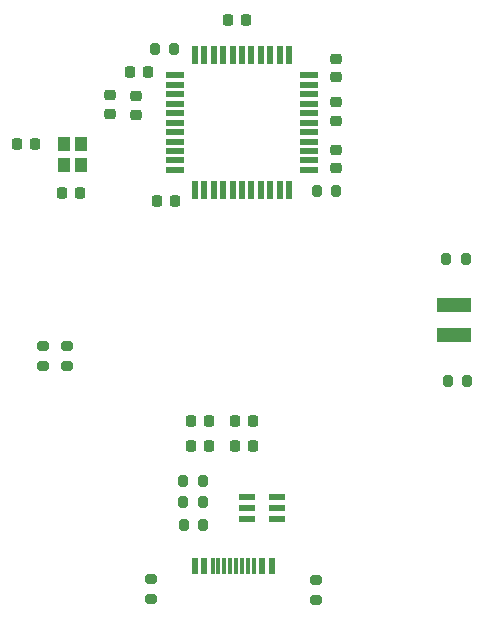
<source format=gbr>
%TF.GenerationSoftware,KiCad,Pcbnew,6.0.7-f9a2dced07~116~ubuntu20.04.1*%
%TF.CreationDate,2022-10-10T21:45:52+02:00*%
%TF.ProjectId,ploopy-nano,706c6f6f-7079-42d6-9e61-6e6f2e6b6963,rev?*%
%TF.SameCoordinates,Original*%
%TF.FileFunction,Paste,Top*%
%TF.FilePolarity,Positive*%
%FSLAX46Y46*%
G04 Gerber Fmt 4.6, Leading zero omitted, Abs format (unit mm)*
G04 Created by KiCad (PCBNEW 6.0.7-f9a2dced07~116~ubuntu20.04.1) date 2022-10-10 21:45:52*
%MOMM*%
%LPD*%
G01*
G04 APERTURE LIST*
G04 Aperture macros list*
%AMRoundRect*
0 Rectangle with rounded corners*
0 $1 Rounding radius*
0 $2 $3 $4 $5 $6 $7 $8 $9 X,Y pos of 4 corners*
0 Add a 4 corners polygon primitive as box body*
4,1,4,$2,$3,$4,$5,$6,$7,$8,$9,$2,$3,0*
0 Add four circle primitives for the rounded corners*
1,1,$1+$1,$2,$3*
1,1,$1+$1,$4,$5*
1,1,$1+$1,$6,$7*
1,1,$1+$1,$8,$9*
0 Add four rect primitives between the rounded corners*
20,1,$1+$1,$2,$3,$4,$5,0*
20,1,$1+$1,$4,$5,$6,$7,0*
20,1,$1+$1,$6,$7,$8,$9,0*
20,1,$1+$1,$8,$9,$2,$3,0*%
G04 Aperture macros list end*
%ADD10RoundRect,0.225000X-0.225000X-0.250000X0.225000X-0.250000X0.225000X0.250000X-0.225000X0.250000X0*%
%ADD11RoundRect,0.225000X-0.250000X0.225000X-0.250000X-0.225000X0.250000X-0.225000X0.250000X0.225000X0*%
%ADD12RoundRect,0.200000X0.200000X0.275000X-0.200000X0.275000X-0.200000X-0.275000X0.200000X-0.275000X0*%
%ADD13R,0.600000X1.450000*%
%ADD14R,0.300000X1.450000*%
%ADD15RoundRect,0.200000X-0.275000X0.200000X-0.275000X-0.200000X0.275000X-0.200000X0.275000X0.200000X0*%
%ADD16R,1.320800X0.558800*%
%ADD17RoundRect,0.225000X0.225000X0.250000X-0.225000X0.250000X-0.225000X-0.250000X0.225000X-0.250000X0*%
%ADD18RoundRect,0.225000X0.250000X-0.225000X0.250000X0.225000X-0.250000X0.225000X-0.250000X-0.225000X0*%
%ADD19RoundRect,0.200000X-0.200000X-0.275000X0.200000X-0.275000X0.200000X0.275000X-0.200000X0.275000X0*%
%ADD20R,0.550000X1.500000*%
%ADD21R,1.500000X0.550000*%
%ADD22R,3.000000X1.200000*%
%ADD23R,1.000000X1.150000*%
G04 APERTURE END LIST*
D10*
%TO.C,C11*%
X144525000Y-106000000D03*
X146075000Y-106000000D03*
%TD*%
D11*
%TO.C,C1*%
X156800000Y-79025000D03*
X156800000Y-80575000D03*
%TD*%
D12*
%TO.C,R4*%
X167800000Y-92300000D03*
X166150000Y-92300000D03*
%TD*%
D13*
%TO.C,J4*%
X144850000Y-118267500D03*
X145650000Y-118267500D03*
D14*
X146850000Y-118267500D03*
X147850000Y-118267500D03*
X148350000Y-118267500D03*
X149350000Y-118267500D03*
D13*
X151350000Y-118267500D03*
X150550000Y-118267500D03*
D14*
X149850000Y-118267500D03*
X148850000Y-118267500D03*
X147350000Y-118267500D03*
X146350000Y-118267500D03*
%TD*%
D15*
%TO.C,R5*%
X132000000Y-99700000D03*
X132000000Y-101350000D03*
%TD*%
D16*
%TO.C,U2*%
X149230000Y-112460200D03*
X149230000Y-113400000D03*
X149230000Y-114339800D03*
X151770000Y-114339800D03*
X151770000Y-113400000D03*
X151770000Y-112460200D03*
%TD*%
D17*
%TO.C,C7*%
X143175000Y-87400000D03*
X141625000Y-87400000D03*
%TD*%
D18*
%TO.C,C4*%
X156800000Y-76875000D03*
X156800000Y-75325000D03*
%TD*%
D17*
%TO.C,C13*%
X135154000Y-86741000D03*
X133604000Y-86741000D03*
%TD*%
D15*
%TO.C,R7*%
X155100000Y-119475000D03*
X155100000Y-121125000D03*
%TD*%
%TO.C,R6*%
X134000000Y-99675000D03*
X134000000Y-101325000D03*
%TD*%
D19*
%TO.C,FB2*%
X143875000Y-112900000D03*
X145525000Y-112900000D03*
%TD*%
D10*
%TO.C,C9*%
X144500000Y-108100000D03*
X146050000Y-108100000D03*
%TD*%
D12*
%TO.C,R2*%
X156825000Y-86500000D03*
X155175000Y-86500000D03*
%TD*%
D11*
%TO.C,C6*%
X139900000Y-78525000D03*
X139900000Y-80075000D03*
%TD*%
D17*
%TO.C,C10*%
X149775000Y-106000000D03*
X148225000Y-106000000D03*
%TD*%
D15*
%TO.C,R8*%
X141100000Y-119400000D03*
X141100000Y-121050000D03*
%TD*%
D19*
%TO.C,FB1*%
X143900000Y-114800000D03*
X145550000Y-114800000D03*
%TD*%
D20*
%TO.C,U1*%
X152844000Y-75046600D03*
X152044000Y-75046600D03*
X151244000Y-75046600D03*
X150444000Y-75046600D03*
X149644000Y-75046600D03*
X148844000Y-75046600D03*
X148044000Y-75046600D03*
X147244000Y-75046600D03*
X146444000Y-75046600D03*
X145644000Y-75046600D03*
X144844000Y-75046600D03*
D21*
X143144000Y-76746600D03*
X143144000Y-77546600D03*
X143144000Y-78346600D03*
X143144000Y-79146600D03*
X143144000Y-79946600D03*
X143144000Y-80746600D03*
X143144000Y-81546600D03*
X143144000Y-82346600D03*
X143144000Y-83146600D03*
X143144000Y-83946600D03*
X143144000Y-84746600D03*
D20*
X144844000Y-86446600D03*
X145644000Y-86446600D03*
X146444000Y-86446600D03*
X147244000Y-86446600D03*
X148044000Y-86446600D03*
X148844000Y-86446600D03*
X149644000Y-86446600D03*
X150444000Y-86446600D03*
X151244000Y-86446600D03*
X152044000Y-86446600D03*
X152844000Y-86446600D03*
D21*
X154544000Y-84746600D03*
X154544000Y-83946600D03*
X154544000Y-83146600D03*
X154544000Y-82346600D03*
X154544000Y-81546600D03*
X154544000Y-80746600D03*
X154544000Y-79946600D03*
X154544000Y-79146600D03*
X154544000Y-78346600D03*
X154544000Y-77546600D03*
X154544000Y-76746600D03*
%TD*%
D17*
%TO.C,C14*%
X131331000Y-82550000D03*
X129781000Y-82550000D03*
%TD*%
D11*
%TO.C,C8*%
X137700000Y-78425000D03*
X137700000Y-79975000D03*
%TD*%
D19*
%TO.C,FB3*%
X143875000Y-111100000D03*
X145525000Y-111100000D03*
%TD*%
D22*
%TO.C,D1*%
X166800000Y-96200000D03*
X166800000Y-98700000D03*
%TD*%
D17*
%TO.C,C2*%
X140875000Y-76500000D03*
X139325000Y-76500000D03*
%TD*%
D18*
%TO.C,C5*%
X156800000Y-84575000D03*
X156800000Y-83025000D03*
%TD*%
D17*
%TO.C,C3*%
X149175000Y-72100000D03*
X147625000Y-72100000D03*
%TD*%
D12*
%TO.C,R1*%
X143125000Y-74500000D03*
X141475000Y-74500000D03*
%TD*%
D17*
%TO.C,C12*%
X149800000Y-108100000D03*
X148250000Y-108100000D03*
%TD*%
D19*
%TO.C,R3*%
X166275000Y-102600000D03*
X167925000Y-102600000D03*
%TD*%
D23*
%TO.C,Y1*%
X135193000Y-84314000D03*
X135193000Y-82564000D03*
X133793000Y-82564000D03*
X133793000Y-84314000D03*
%TD*%
M02*

</source>
